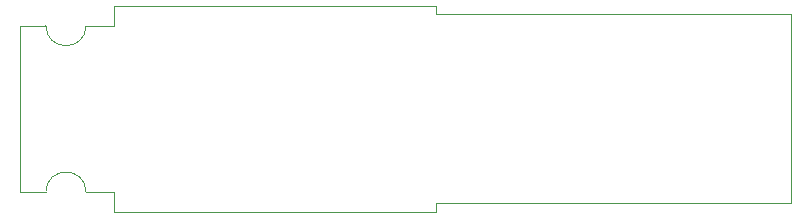
<source format=gm1>
G04*
G04 #@! TF.GenerationSoftware,Altium Limited,Altium Designer,24.10.1 (45)*
G04*
G04 Layer_Color=16711935*
%FSLAX44Y44*%
%MOMM*%
G71*
G04*
G04 #@! TF.SameCoordinates,4BF9AD32-D27A-42C2-B849-32530D397306*
G04*
G04*
G04 #@! TF.FilePolarity,Positive*
G04*
G01*
G75*
%ADD11C,0.1000*%
D11*
X22000Y70500D02*
G03*
X56000Y70500I17000J0D01*
G01*
Y-70500D02*
G03*
X22000Y-70500I-17000J0D01*
G01*
X0D02*
X22000D01*
X0Y70500D02*
X22000D01*
X56000D02*
X80000D01*
X56000Y-70500D02*
X80000D01*
Y70500D02*
Y87500D01*
X352500D01*
X0Y-70500D02*
Y70500D01*
X80000Y-87500D02*
Y-70500D01*
Y-87500D02*
X352500D01*
Y-80000D02*
X652500D01*
X352500Y-87500D02*
Y-80000D01*
Y80000D02*
Y87500D01*
Y80000D02*
X652500D01*
Y-80000D02*
Y80000D01*
M02*

</source>
